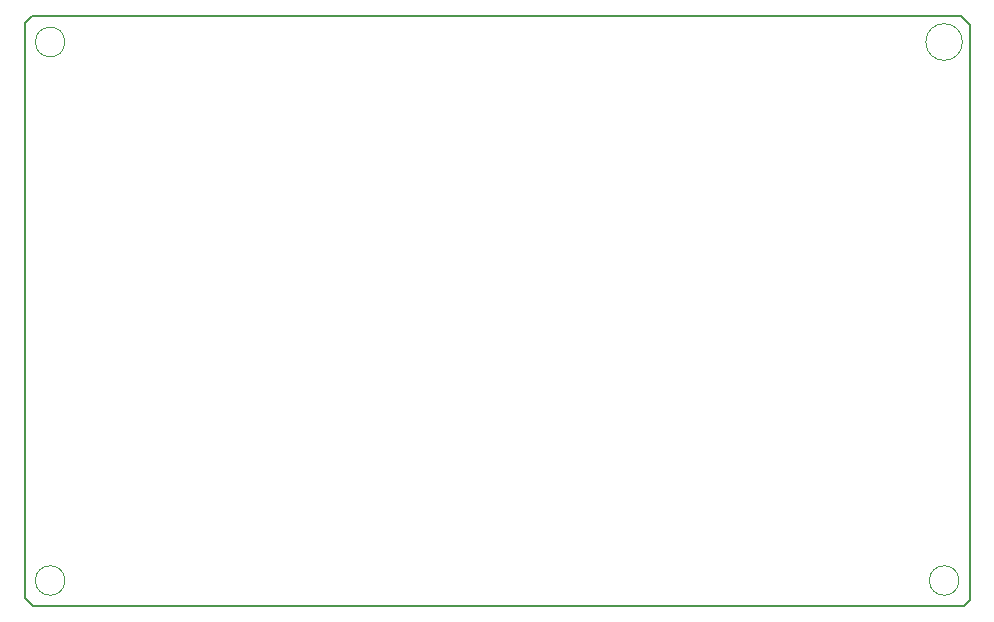
<source format=gbr>
G04 #@! TF.GenerationSoftware,KiCad,Pcbnew,(5.1.4)-1*
G04 #@! TF.CreationDate,2020-10-31T11:52:51+01:00*
G04 #@! TF.ProjectId,BSPD_v_1_0b,42535044-5f76-45f3-915f-30622e6b6963,rev?*
G04 #@! TF.SameCoordinates,Original*
G04 #@! TF.FileFunction,Profile,NP*
%FSLAX46Y46*%
G04 Gerber Fmt 4.6, Leading zero omitted, Abs format (unit mm)*
G04 Created by KiCad (PCBNEW (5.1.4)-1) date 2020-10-31 11:52:51*
%MOMM*%
%LPD*%
G04 APERTURE LIST*
%ADD10C,0.200000*%
%ADD11C,0.100000*%
G04 APERTURE END LIST*
D10*
X86004400Y-27584400D02*
X86000000Y-76301600D01*
X166000000Y-76454000D02*
X165493700Y-76962000D01*
X86614000Y-27000000D02*
X165227000Y-27000000D01*
X86677500Y-76962000D02*
X165493700Y-76962000D01*
X165989000Y-27762000D02*
X166000000Y-76454000D01*
X165227000Y-27000000D02*
X165989000Y-27762000D01*
X86000000Y-76301600D02*
X86677500Y-76962000D01*
X86614000Y-27000000D02*
X86004400Y-27584400D01*
D11*
X89388000Y-29210000D02*
G75*
G03X89388000Y-29210000I-1250000J0D01*
G01*
X89388000Y-74803000D02*
G75*
G03X89388000Y-74803000I-1250000J0D01*
G01*
X165080000Y-74803000D02*
G75*
G03X165080000Y-74803000I-1250000J0D01*
G01*
X165380233Y-29210000D02*
G75*
G03X165380233Y-29210000I-1550233J0D01*
G01*
M02*

</source>
